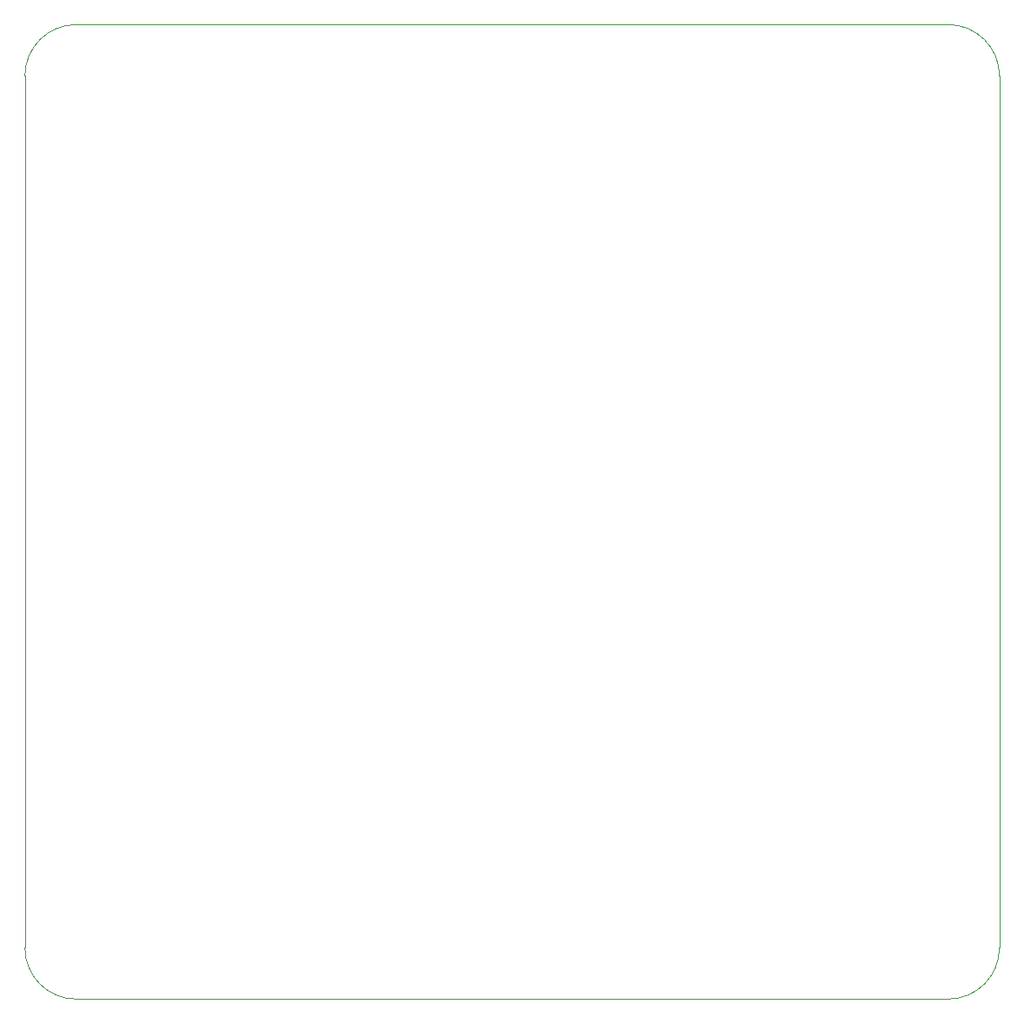
<source format=gbr>
G04 #@! TF.FileFunction,Profile,NP*
%FSLAX46Y46*%
G04 Gerber Fmt 4.6, Leading zero omitted, Abs format (unit mm)*
G04 Created by KiCad (PCBNEW (after 2015-mar-04 BZR unknown)-product) date 3/3/2017 1:47:36 PM*
%MOMM*%
G01*
G04 APERTURE LIST*
%ADD10C,0.100000*%
G04 APERTURE END LIST*
D10*
X100000000Y-105000000D02*
X15000000Y-105000000D01*
X15000000Y-10000000D02*
X100000000Y-10000000D01*
X105000000Y-99000000D02*
X105000000Y-15000000D01*
X10000000Y-15000000D02*
X10000000Y-100000000D01*
X105000000Y-99000000D02*
X105000000Y-100000000D01*
X10000000Y-100000000D02*
G75*
G03X15000000Y-105000000I5000000J0D01*
G01*
X100000000Y-105000000D02*
G75*
G03X105000000Y-100000000I0J5000000D01*
G01*
X105000000Y-15000000D02*
G75*
G03X100000000Y-10000000I-5000000J0D01*
G01*
X15000000Y-10000000D02*
G75*
G03X10000000Y-15000000I0J-5000000D01*
G01*
M02*

</source>
